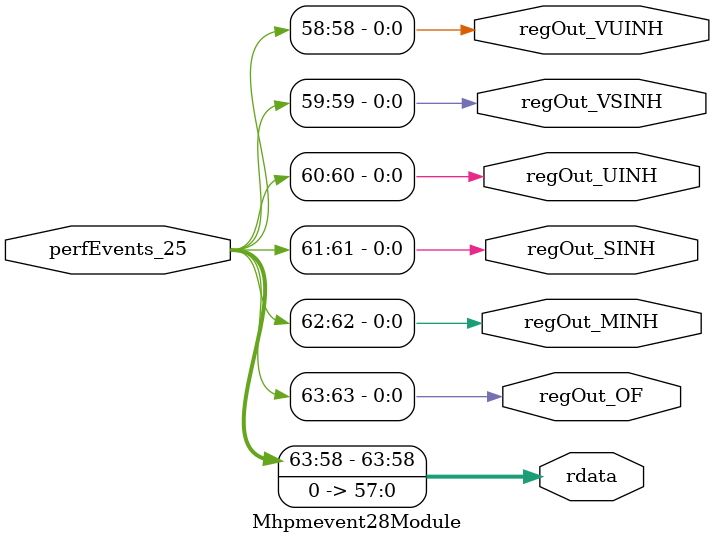
<source format=sv>
`ifndef RANDOMIZE
  `ifdef RANDOMIZE_MEM_INIT
    `define RANDOMIZE
  `endif // RANDOMIZE_MEM_INIT
`endif // not def RANDOMIZE
`ifndef RANDOMIZE
  `ifdef RANDOMIZE_REG_INIT
    `define RANDOMIZE
  `endif // RANDOMIZE_REG_INIT
`endif // not def RANDOMIZE

`ifndef RANDOM
  `define RANDOM $random
`endif // not def RANDOM

// Users can define INIT_RANDOM as general code that gets injected into the
// initializer block for modules with registers.
`ifndef INIT_RANDOM
  `define INIT_RANDOM
`endif // not def INIT_RANDOM

// If using random initialization, you can also define RANDOMIZE_DELAY to
// customize the delay used, otherwise 0.002 is used.
`ifndef RANDOMIZE_DELAY
  `define RANDOMIZE_DELAY 0.002
`endif // not def RANDOMIZE_DELAY

// Define INIT_RANDOM_PROLOG_ for use in our modules below.
`ifndef INIT_RANDOM_PROLOG_
  `ifdef RANDOMIZE
    `ifdef VERILATOR
      `define INIT_RANDOM_PROLOG_ `INIT_RANDOM
    `else  // VERILATOR
      `define INIT_RANDOM_PROLOG_ `INIT_RANDOM #`RANDOMIZE_DELAY begin end
    `endif // VERILATOR
  `else  // RANDOMIZE
    `define INIT_RANDOM_PROLOG_
  `endif // RANDOMIZE
`endif // not def INIT_RANDOM_PROLOG_

// Include register initializers in init blocks unless synthesis is set
`ifndef SYNTHESIS
  `ifndef ENABLE_INITIAL_REG_
    `define ENABLE_INITIAL_REG_
  `endif // not def ENABLE_INITIAL_REG_
`endif // not def SYNTHESIS

// Include rmemory initializers in init blocks unless synthesis is set
`ifndef SYNTHESIS
  `ifndef ENABLE_INITIAL_MEM_
    `define ENABLE_INITIAL_MEM_
  `endif // not def ENABLE_INITIAL_MEM_
`endif // not def SYNTHESIS

module Mhpmevent28Module(
  output [63:0] rdata,
  output        regOut_OF,
  output        regOut_MINH,
  output        regOut_SINH,
  output        regOut_UINH,
  output        regOut_VSINH,
  output        regOut_VUINH,
  input  [63:0] perfEvents_25
);

  assign rdata = {perfEvents_25[63:58], 58'h0};
  assign regOut_OF = perfEvents_25[63];
  assign regOut_MINH = perfEvents_25[62];
  assign regOut_SINH = perfEvents_25[61];
  assign regOut_UINH = perfEvents_25[60];
  assign regOut_VSINH = perfEvents_25[59];
  assign regOut_VUINH = perfEvents_25[58];
endmodule


</source>
